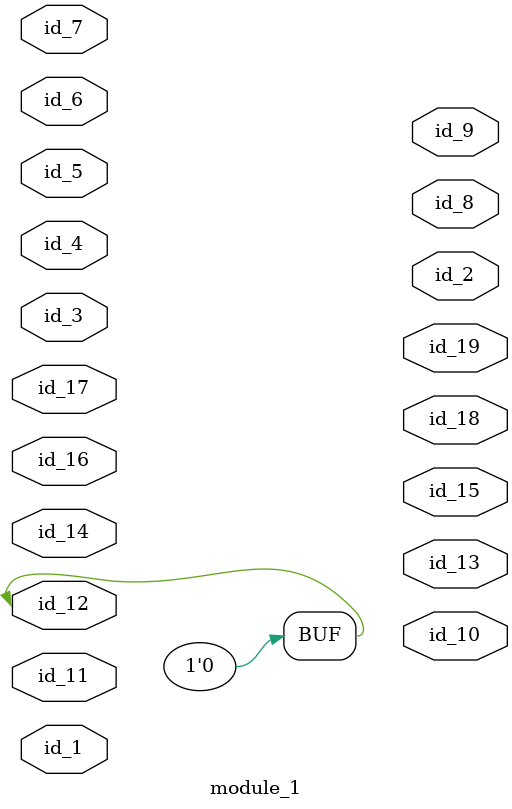
<source format=v>
module module_0;
  assign id_1[1'h0] = id_1;
endmodule
module module_1 (
    id_1,
    id_2,
    id_3,
    id_4,
    id_5,
    id_6,
    id_7,
    id_8,
    id_9,
    id_10,
    id_11,
    id_12,
    id_13,
    id_14,
    id_15,
    id_16,
    id_17,
    id_18,
    id_19
);
  output wire id_19;
  output wire id_18;
  inout wire id_17;
  input wire id_16;
  output wire id_15;
  inout wire id_14;
  output wire id_13;
  inout wire id_12;
  input wire id_11;
  output wire id_10;
  output wire id_9;
  output wire id_8;
  input wire id_7;
  input wire id_6;
  input wire id_5;
  inout wire id_4;
  inout wire id_3;
  output wire id_2;
  inout wire id_1;
  wire id_20;
  module_0 modCall_1 ();
  wire id_21;
  initial begin : LABEL_0
    #id_22 id_12 <= 1'b0;
  end
  wire id_23;
endmodule

</source>
